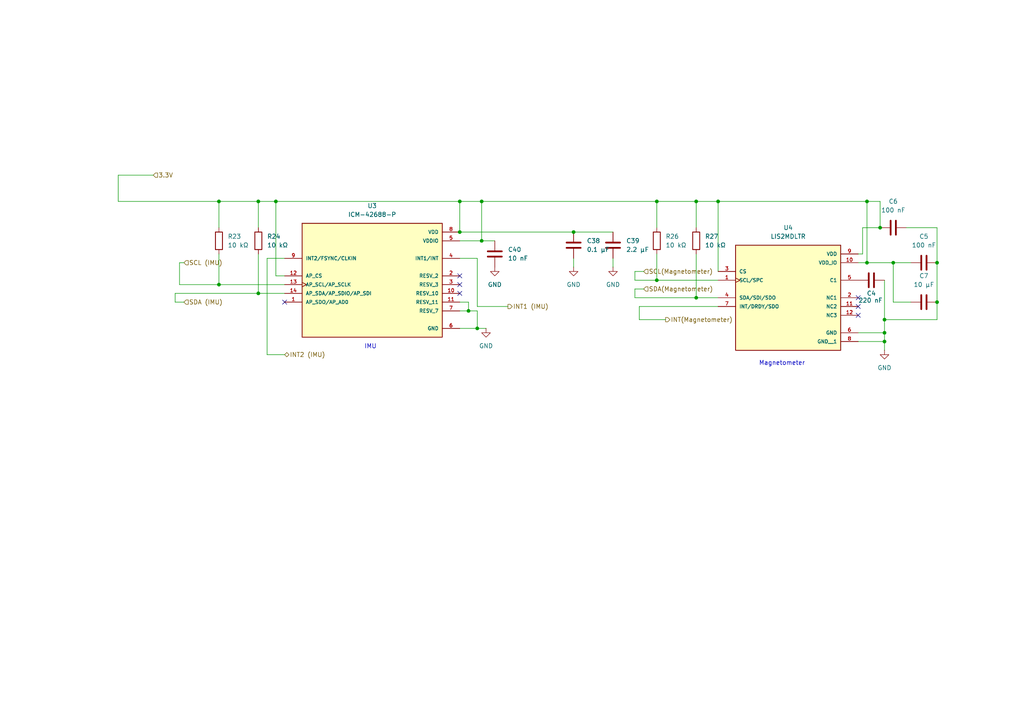
<source format=kicad_sch>
(kicad_sch (version 20250114) (generator "eeschema") (generator_version "9.0")
  (paper "A4")
  (lib_symbols
    (symbol "Device:C" (pin_numbers (hide yes)) (pin_names (offset 0.254))
      (property "Reference" "C" (at 0.635 2.54 0))
      (property "Value" "C" (at 0.635 -2.54 0))
      (symbol "C_0_1"
        (polyline (pts (xy -2.032 0.762) (xy 2.032 0.762)) (stroke (width 0.508)))
        (polyline (pts (xy -2.032 -0.762) (xy 2.032 -0.762)) (stroke (width 0.508)))
      )
      (symbol "C_1_1"
        (pin passive line (at 0 3.81 270) (length 2.794) (name "~") (number "1"))
        (pin passive line (at 0 -3.81 90) (length 2.794) (name "~") (number "2"))
      )
    )
    (symbol "Device:R" (pin_numbers (hide yes)) (pin_names (offset 0))
      (property "Reference" "R" (at 2.032 0 90))
      (property "Value" "R" (at 0 0 90))
      (symbol "R_0_1"
        (rectangle (start -1.016 -2.54) (end 1.016 2.54) (stroke (width 0.254)))
      )
      (symbol "R_1_1"
        (pin passive line (at 0 3.81 270) (length 1.27) (name "~") (number "1"))
        (pin passive line (at 0 -3.81 90) (length 1.27) (name "~") (number "2"))
      )
    )
    (symbol "ICM-42688-P:ICM-42688-P" (pin_names (offset 1.016))
      (property "Reference" "U" (at -20.32 16.002 0))
      (property "Value" "ICM-42688-P" (at -20.32 -20.32 0))
      (symbol "ICM-42688-P_0_0"
        (rectangle (start -20.32 -17.78) (end 20.32 15.24) (stroke (width 0.254)) (fill (type background)))
        (pin bidirectional line (at -25.4 5.08 0) (length 5.08) (name "INT2/FSYNC/CLKIN") (number "9"))
        (pin input line (at -25.4 0 0) (length 5.08) (name "AP_CS") (number "12"))
        (pin input clock (at -25.4 -2.54 0) (length 5.08) (name "AP_SCL/AP_SCLK") (number "13"))
        (pin bidirectional line (at -25.4 -5.08 0) (length 5.08) (name "AP_SDA/AP_SDIO/AP_SDI") (number "14"))
        (pin bidirectional line (at -25.4 -7.62 0) (length 5.08) (name "AP_SDO/AP_AD0") (number "1"))
        (pin power_in line (at 25.4 12.7 180) (length 5.08) (name "VDD") (number "8"))
        (pin power_in line (at 25.4 10.16 180) (length 5.08) (name "VDDIO") (number "5"))
        (pin output line (at 25.4 5.08 180) (length 5.08) (name "INT1/INT") (number "4"))
        (pin passive line (at 25.4 0 180) (length 5.08) (name "RESV_2") (number "2"))
        (pin passive line (at 25.4 -2.54 180) (length 5.08) (name "RESV_3") (number "3"))
        (pin passive line (at 25.4 -5.08 180) (length 5.08) (name "RESV_10") (number "10"))
        (pin passive line (at 25.4 -7.62 180) (length 5.08) (name "RESV_11") (number "11"))
        (pin passive line (at 25.4 -10.16 180) (length 5.08) (name "RESV_7") (number "7"))
        (pin power_in line (at 25.4 -15.24 180) (length 5.08) (name "GND") (number "6"))
      )
    )
    (symbol "LIS2MDLTR:LIS2MDLTR" (pin_names (offset 1.016))
      (property "Reference" "U" (at -15.24 13.97 0))
      (property "Value" "LIS2MDLTR" (at -15.24 -20.32 0))
      (symbol "LIS2MDLTR_0_0"
        (rectangle (start -15.24 -17.78) (end 15.24 12.7) (stroke (width 0.254)) (fill (type background)))
        (pin input line (at -20.32 5.08 0) (length 5.08) (name "CS") (number "3"))
        (pin input clock (at -20.32 2.54 0) (length 5.08) (name "SCL/SPC") (number "1"))
        (pin bidirectional line (at -20.32 -2.54 0) (length 5.08) (name "SDA/SDI/SDO") (number "4"))
        (pin bidirectional line (at -20.32 -5.08 0) (length 5.08) (name "INT/DRDY/SDO") (number "7"))
        (pin power_in line (at 20.32 10.16 180) (length 5.08) (name "VDD") (number "9"))
        (pin power_in line (at 20.32 7.62 180) (length 5.08) (name "VDD_IO") (number "10"))
        (pin passive line (at 20.32 2.54 180) (length 5.08) (name "C1") (number "5"))
        (pin passive line (at 20.32 -2.54 180) (length 5.08) (name "NC1") (number "2"))
        (pin passive line (at 20.32 -5.08 180) (length 5.08) (name "NC2") (number "11"))
        (pin passive line (at 20.32 -7.62 180) (length 5.08) (name "NC3") (number "12"))
        (pin power_in line (at 20.32 -12.7 180) (length 5.08) (name "GND") (number "6"))
        (pin power_in line (at 20.32 -15.24 180) (length 5.08) (name "GND__1") (number "8"))
      )
    )
    (symbol "power:GND" (power) (pin_numbers (hide yes)) (pin_names (offset 0) (hide yes))
      (property "Value" "GND" (at 0 -3.81 0))
      (symbol "GND_0_1"
        (polyline (pts (xy 0 0) (xy 0 -1.27) (xy 1.27 -1.27) (xy 0 -2.54) (xy -1.27 -1.27) (xy 0 -1.27)))
      )
      (symbol "GND_1_1"
        (pin power_in line (at 0 0 270) (length 0) (name "~") (number "1"))
      )
    )
  )
  (text "IMU \n" (at 107.95 100.584 0) (effects (font (size 1.27 1.27))))
  (text "Magnetometer\n" (at 226.822 105.41 0) (effects (font (size 1.27 1.27))))
  (junction (at 251.46 58.42))
  (junction (at 133.35 67.31))
  (junction (at 190.5 81.28))
  (junction (at 190.5 58.42))
  (junction (at 208.28 58.42))
  (junction (at 255.27 66.04))
  (junction (at 135.89 90.17))
  (junction (at 139.7 69.85))
  (junction (at 63.5 82.55))
  (junction (at 256.54 99.06))
  (junction (at 271.78 87.63))
  (junction (at 166.37 67.31))
  (junction (at 256.54 96.52))
  (junction (at 259.08 76.2))
  (junction (at 74.93 85.09))
  (junction (at 138.43 95.25))
  (junction (at 271.78 76.2))
  (junction (at 63.5 58.42))
  (junction (at 80.01 58.42))
  (junction (at 256.54 92.71))
  (junction (at 251.46 76.2))
  (junction (at 74.93 58.42))
  (junction (at 201.93 58.42))
  (junction (at 133.35 58.42))
  (junction (at 201.93 86.36))
  (junction (at 139.7 58.42))
  (no_connect (at 82.55 87.63))
  (no_connect (at 248.92 88.9))
  (no_connect (at 248.92 86.36))
  (no_connect (at 133.35 80.01))
  (no_connect (at 133.35 85.09))
  (no_connect (at 133.35 82.55))
  (no_connect (at 248.92 91.44))
  (wire (pts (xy 177.8 74.93) (xy 177.8 77.47)))
  (wire (pts (xy 185.42 88.9) (xy 185.42 92.71)))
  (wire (pts (xy 256.54 96.52) (xy 256.54 99.06)))
  (wire (pts (xy 201.93 58.42) (xy 201.93 66.04)))
  (wire (pts (xy 82.55 85.09) (xy 74.93 85.09)))
  (wire (pts (xy 34.29 58.42) (xy 63.5 58.42)))
  (wire (pts (xy 256.54 99.06) (xy 256.54 101.6)))
  (wire (pts (xy 63.5 58.42) (xy 74.93 58.42)))
  (wire (pts (xy 256.54 92.71) (xy 256.54 96.52)))
  (wire (pts (xy 201.93 58.42) (xy 208.28 58.42)))
  (wire (pts (xy 256.54 81.28) (xy 256.54 92.71)))
  (wire (pts (xy 271.78 87.63) (xy 271.78 92.71)))
  (wire (pts (xy 166.37 74.93) (xy 166.37 77.47)))
  (wire (pts (xy 53.34 76.2) (xy 52.07 76.2)))
  (wire (pts (xy 259.08 76.2) (xy 264.16 76.2)))
  (wire (pts (xy 201.93 86.36) (xy 208.28 86.36)))
  (wire (pts (xy 248.92 96.52) (xy 256.54 96.52)))
  (wire (pts (xy 133.35 90.17) (xy 135.89 90.17)))
  (wire (pts (xy 250.19 66.04) (xy 255.27 66.04)))
  (wire (pts (xy 262.89 66.04) (xy 271.78 66.04)))
  (wire (pts (xy 82.55 80.01) (xy 80.01 80.01)))
  (wire (pts (xy 74.93 58.42) (xy 74.93 66.04)))
  (wire (pts (xy 185.42 92.71) (xy 193.04 92.71)))
  (wire (pts (xy 190.5 81.28) (xy 184.15 81.28)))
  (wire (pts (xy 133.35 95.25) (xy 138.43 95.25)))
  (wire (pts (xy 133.35 87.63) (xy 135.89 87.63)))
  (wire (pts (xy 52.07 76.2) (xy 52.07 82.55)))
  (wire (pts (xy 251.46 58.42) (xy 251.46 76.2)))
  (wire (pts (xy 248.92 76.2) (xy 251.46 76.2)))
  (wire (pts (xy 74.93 58.42) (xy 80.01 58.42)))
  (wire (pts (xy 63.5 58.42) (xy 63.5 66.04)))
  (wire (pts (xy 271.78 76.2) (xy 271.78 87.63)))
  (wire (pts (xy 135.89 90.17) (xy 138.43 90.17)))
  (wire (pts (xy 248.92 99.06) (xy 256.54 99.06)))
  (wire (pts (xy 248.92 73.66) (xy 250.19 73.66)))
  (wire (pts (xy 208.28 58.42) (xy 251.46 58.42)))
  (wire (pts (xy 74.93 85.09) (xy 50.8 85.09)))
  (wire (pts (xy 271.78 66.04) (xy 271.78 76.2)))
  (wire (pts (xy 138.43 90.17) (xy 138.43 95.25)))
  (wire (pts (xy 74.93 73.66) (xy 74.93 85.09)))
  (wire (pts (xy 138.43 74.93) (xy 138.43 88.9)))
  (wire (pts (xy 185.42 88.9) (xy 208.28 88.9)))
  (wire (pts (xy 255.27 58.42) (xy 255.27 66.04)))
  (wire (pts (xy 259.08 87.63) (xy 264.16 87.63)))
  (wire (pts (xy 80.01 80.01) (xy 80.01 58.42)))
  (wire (pts (xy 190.5 73.66) (xy 190.5 81.28)))
  (wire (pts (xy 52.07 82.55) (xy 63.5 82.55)))
  (wire (pts (xy 34.29 50.8) (xy 34.29 58.42)))
  (wire (pts (xy 166.37 67.31) (xy 177.8 67.31)))
  (wire (pts (xy 138.43 88.9) (xy 147.32 88.9)))
  (wire (pts (xy 77.47 74.93) (xy 77.47 102.87)))
  (wire (pts (xy 50.8 87.63) (xy 53.34 87.63)))
  (wire (pts (xy 82.55 74.93) (xy 77.47 74.93)))
  (wire (pts (xy 50.8 85.09) (xy 50.8 87.63)))
  (wire (pts (xy 133.35 69.85) (xy 139.7 69.85)))
  (wire (pts (xy 139.7 58.42) (xy 190.5 58.42)))
  (wire (pts (xy 256.54 92.71) (xy 271.78 92.71)))
  (wire (pts (xy 259.08 76.2) (xy 259.08 87.63)))
  (wire (pts (xy 190.5 58.42) (xy 201.93 58.42)))
  (wire (pts (xy 251.46 58.42) (xy 255.27 58.42)))
  (wire (pts (xy 208.28 58.42) (xy 208.28 78.74)))
  (wire (pts (xy 44.45 50.8) (xy 34.29 50.8)))
  (wire (pts (xy 133.35 58.42) (xy 133.35 67.31)))
  (wire (pts (xy 63.5 82.55) (xy 82.55 82.55)))
  (wire (pts (xy 184.15 83.82) (xy 186.69 83.82)))
  (wire (pts (xy 80.01 58.42) (xy 133.35 58.42)))
  (wire (pts (xy 251.46 76.2) (xy 259.08 76.2)))
  (wire (pts (xy 133.35 58.42) (xy 139.7 58.42)))
  (wire (pts (xy 190.5 58.42) (xy 190.5 66.04)))
  (wire (pts (xy 184.15 81.28) (xy 184.15 78.74)))
  (wire (pts (xy 184.15 86.36) (xy 184.15 83.82)))
  (wire (pts (xy 139.7 58.42) (xy 139.7 69.85)))
  (wire (pts (xy 208.28 81.28) (xy 190.5 81.28)))
  (wire (pts (xy 135.89 87.63) (xy 135.89 90.17)))
  (wire (pts (xy 184.15 78.74) (xy 186.69 78.74)))
  (wire (pts (xy 77.47 102.87) (xy 82.55 102.87)))
  (wire (pts (xy 184.15 86.36) (xy 201.93 86.36)))
  (wire (pts (xy 201.93 73.66) (xy 201.93 86.36)))
  (wire (pts (xy 133.35 74.93) (xy 138.43 74.93)))
  (wire (pts (xy 250.19 73.66) (xy 250.19 66.04)))
  (wire (pts (xy 133.35 67.31) (xy 166.37 67.31)))
  (wire (pts (xy 139.7 69.85) (xy 143.51 69.85)))
  (wire (pts (xy 63.5 73.66) (xy 63.5 82.55)))
  (wire (pts (xy 138.43 95.25) (xy 140.97 95.25)))
  (hierarchical_label "INT1 (IMU)" (shape output) (at 147.32 88.9 0))
  (hierarchical_label "SDA (IMU)" (shape input) (at 53.34 87.63 0))
  (hierarchical_label "INT2 (IMU)" (shape bidirectional) (at 82.55 102.87 0))
  (hierarchical_label "SDA(Magnetometer)" (shape input) (at 186.69 83.82 0))
  (hierarchical_label "SCL(Magnetometer)" (shape input) (at 186.69 78.74 0))
  (hierarchical_label "INT(Magnetometer)" (shape output) (at 193.04 92.71 0))
  (hierarchical_label "SCL (IMU)" (shape input) (at 53.34 76.2 0))
  (hierarchical_label "3.3V" (shape input) (at 44.45 50.8 0))
  (symbol (lib_id "power:GND") (at 143.51 77.47 0) (unit 1)
    (property "Reference" "#PWR047" (effects (hide yes)))
    (property "Value" "GND" (at 143.51 82.55 0))
    (property "Description" "Power symbol creates a global label with name \"GND\" , ground" (effects (hide yes)))
  )
  (symbol (lib_id "Device:C") (at 259.08 66.04 90) (unit 1)
    (property "Reference" "C6" (at 259.08 58.42 90))
    (property "Value" "100 nF" (at 259.08 60.96 90))
    (property "Description" "Unpolarized capacitor" (effects (hide yes)))
  )
  (symbol (lib_id "Device:C") (at 143.51 73.66 0) (unit 1)
    (property "Reference" "C40" (at 147.32 72.3899 0) (effects (justify left)))
    (property "Value" "10 nF" (at 147.32 74.9299 0) (effects (justify left)))
    (property "Description" "Unpolarized capacitor" (effects (hide yes)))
  )
  (symbol (lib_id "power:GND") (at 140.97 95.25 0) (unit 1)
    (property "Reference" "#PWR059" (effects (hide yes)))
    (property "Value" "GND" (at 140.97 100.33 0))
    (property "Description" "Power symbol creates a global label with name \"GND\" , ground" (effects (hide yes)))
  )
  (symbol (lib_id "Device:R") (at 74.93 69.85 0) (unit 1)
    (property "Reference" "R24" (at 77.47 68.5799 0) (effects (justify left)))
    (property "Value" "10 kΩ" (at 77.47 71.1199 0) (effects (justify left)))
    (property "Description" "Resistor" (effects (hide yes)))
  )
  (symbol (lib_id "LIS2MDLTR:LIS2MDLTR") (at 228.6 83.82 0) (unit 1)
    (property "Reference" "U4" (at 228.6 66.04 0))
    (property "Value" "LIS2MDLTR" (at 228.6 68.58 0))
    (property "Footprint" "LIS2MDLTR:PQFN50P200X200X70-12N" (effects (hide yes)))
    (property "PARTREV" "Rev 5" (effects (hide yes)))
    (property "MANUFACTURER" "STMicroelectronics" (effects (hide yes)))
    (property "MAXIMUM_PACKAGE_HEIGHT" "0.7 mm" (effects (hide yes)))
    (property "STANDARD" "IPC 7351B" (effects (hide yes)))
  )
  (symbol (lib_id "power:GND") (at 256.54 101.6 0) (unit 1)
    (property "Reference" "#PWR06" (effects (hide yes)))
    (property "Value" "GND" (at 256.54 106.68 0))
    (property "Description" "Power symbol creates a global label with name \"GND\" , ground" (effects (hide yes)))
  )
  (symbol (lib_id "power:GND") (at 166.37 77.47 0) (unit 1)
    (property "Reference" "#PWR051" (effects (hide yes)))
    (property "Value" "GND" (at 166.37 82.55 0))
    (property "Description" "Power symbol creates a global label with name \"GND\" , ground" (effects (hide yes)))
  )
  (symbol (lib_id "Device:R") (at 190.5 69.85 0) (unit 1)
    (property "Reference" "R26" (at 193.04 68.5799 0) (effects (justify left)))
    (property "Value" "10 kΩ" (at 193.04 71.1199 0) (effects (justify left)))
    (property "Description" "Resistor" (effects (hide yes)))
  )
  (symbol (lib_id "Device:R") (at 201.93 69.85 0) (unit 1)
    (property "Reference" "R27" (at 204.47 68.5799 0) (effects (justify left)))
    (property "Value" "10 kΩ" (at 204.47 71.1199 0) (effects (justify left)))
    (property "Description" "Resistor" (effects (hide yes)))
  )
  (symbol (lib_id "Device:C") (at 166.37 71.12 0) (unit 1)
    (property "Reference" "C38" (at 170.18 69.8499 0) (effects (justify left)))
    (property "Value" "0.1 μF" (at 170.18 72.3899 0) (effects (justify left)))
    (property "Description" "Unpolarized capacitor" (effects (hide yes)))
  )
  (symbol (lib_id "Device:C") (at 267.97 76.2 90) (unit 1)
    (property "Reference" "C5" (at 267.97 68.58 90))
    (property "Value" "100 nF" (at 267.97 71.12 90))
    (property "Description" "Unpolarized capacitor" (effects (hide yes)))
  )
  (symbol (lib_id "Device:C") (at 177.8 71.12 0) (unit 1)
    (property "Reference" "C39" (at 181.61 69.8499 0) (effects (justify left)))
    (property "Value" "2.2 μF" (at 181.61 72.3899 0) (effects (justify left)))
    (property "Description" "Unpolarized capacitor" (effects (hide yes)))
  )
  (symbol (lib_id "ICM-42688-P:ICM-42688-P") (at 107.95 80.01 0) (unit 1)
    (property "Reference" "U3" (at 107.95 59.69 0))
    (property "Value" "ICM-42688-P" (at 107.95 62.23 0))
    (property "Footprint" "ICM_42688_P_FOOTPRINT:ICM_42688_P" (effects (hide yes)))
    (property "PARTREV" "1.2" (effects (hide yes)))
    (property "STANDARD" "IPC-7351B" (effects (hide yes)))
    (property "MAXIMUM_PACKAGE_HEIGHT" "0.97mm" (effects (hide yes)))
    (property "MANUFACTURER" "TDK InvenSense" (effects (hide yes)))
  )
  (symbol (lib_id "Device:R") (at 63.5 69.85 0) (unit 1)
    (property "Reference" "R23" (at 66.04 68.5799 0) (effects (justify left)))
    (property "Value" "10 kΩ" (at 66.04 71.1199 0) (effects (justify left)))
    (property "Description" "Resistor" (effects (hide yes)))
  )
  (symbol (lib_id "Device:C") (at 267.97 87.63 90) (unit 1)
    (property "Reference" "C7" (at 267.97 80.01 90))
    (property "Value" "10 μF" (at 267.97 82.55 90))
    (property "Description" "Unpolarized capacitor" (effects (hide yes)))
  )
  (symbol (lib_id "Device:C") (at 252.73 81.28 90) (unit 1)
    (property "Reference" "C4" (at 252.73 85.09 90))
    (property "Value" "220 nF" (at 252.476 87.122 90))
    (property "Description" "Unpolarized capacitor" (effects (hide yes)))
  )
  (symbol (lib_id "power:GND") (at 177.8 77.47 0) (unit 1)
    (property "Reference" "#PWR054" (effects (hide yes)))
    (property "Value" "GND" (at 177.8 82.55 0))
    (property "Description" "Power symbol creates a global label with name \"GND\" , ground" (effects (hide yes)))
  )
)
</source>
